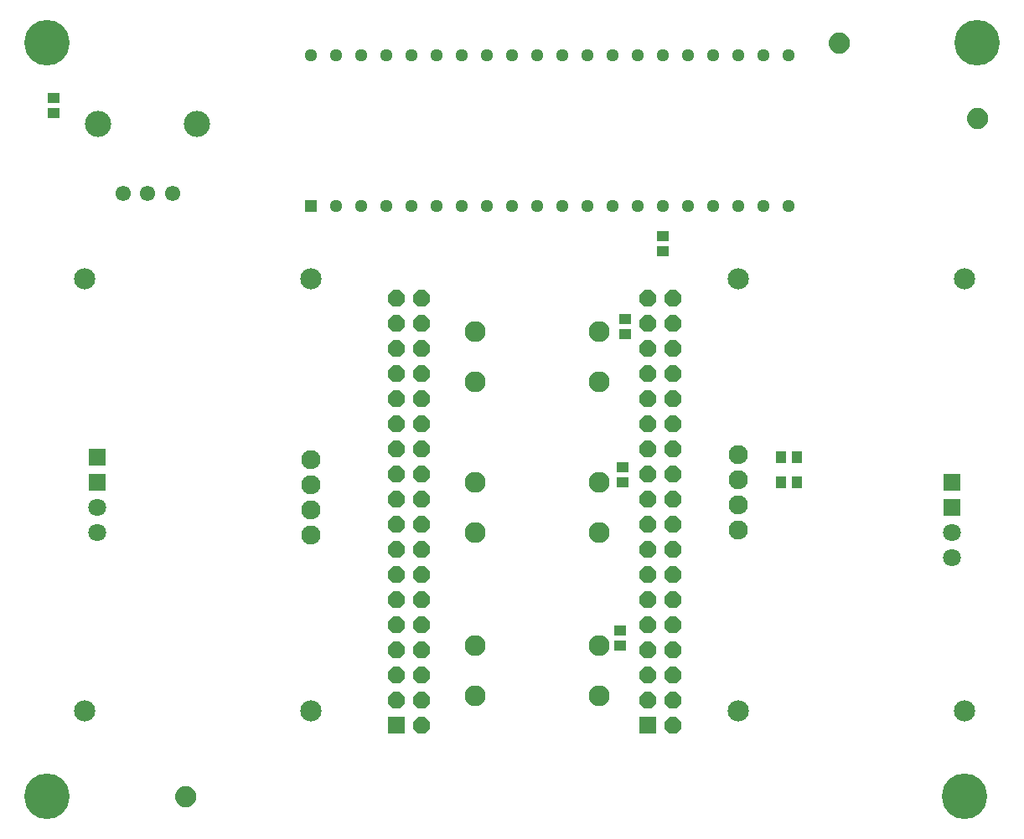
<source format=gbr>
G04 EAGLE Gerber RS-274X export*
G75*
%MOMM*%
%FSLAX34Y34*%
%LPD*%
%INSoldermask Top*%
%IPPOS*%
%AMOC8*
5,1,8,0,0,1.08239X$1,22.5*%
G01*
%ADD10R,1.676400X1.676400*%
%ADD11P,1.814519X8X112.500000*%
%ADD12C,2.152400*%
%ADD13C,1.930400*%
%ADD14R,1.292400X1.292400*%
%ADD15C,1.292400*%
%ADD16C,2.112400*%
%ADD17C,1.552400*%
%ADD18C,2.652400*%
%ADD19R,1.183641X1.102359*%
%ADD20R,1.102359X1.183641*%
%ADD21R,1.803400X1.803400*%
%ADD22C,1.803400*%
%ADD23C,0.609600*%
%ADD24C,1.168400*%
%ADD25C,4.597400*%


D10*
X390900Y109900D03*
D11*
X416300Y109900D03*
X390900Y135300D03*
X416300Y135300D03*
X390900Y160700D03*
X416300Y160700D03*
X390900Y186100D03*
X416300Y186100D03*
X390900Y211500D03*
X416300Y211500D03*
X390900Y236900D03*
X416300Y236900D03*
X390900Y262300D03*
X416300Y262300D03*
X390900Y287700D03*
X416300Y287700D03*
X390900Y313100D03*
X416300Y313100D03*
X390900Y338500D03*
X416300Y338500D03*
X390900Y363900D03*
X416300Y363900D03*
X390900Y389300D03*
X416300Y389300D03*
X390900Y414700D03*
X416300Y414700D03*
X390900Y440100D03*
X416300Y440100D03*
X390900Y465500D03*
X416300Y465500D03*
X390900Y490900D03*
X416300Y490900D03*
X390900Y516300D03*
X416300Y516300D03*
X390900Y541700D03*
X416300Y541700D03*
D10*
X644900Y109900D03*
D11*
X670300Y109900D03*
X644900Y135300D03*
X670300Y135300D03*
X644900Y160700D03*
X670300Y160700D03*
X644900Y186100D03*
X670300Y186100D03*
X644900Y211500D03*
X670300Y211500D03*
X644900Y236900D03*
X670300Y236900D03*
X644900Y262300D03*
X670300Y262300D03*
X644900Y287700D03*
X670300Y287700D03*
X644900Y313100D03*
X670300Y313100D03*
X644900Y338500D03*
X670300Y338500D03*
X644900Y363900D03*
X670300Y363900D03*
X644900Y389300D03*
X670300Y389300D03*
X644900Y414700D03*
X670300Y414700D03*
X644900Y440100D03*
X670300Y440100D03*
X644900Y465500D03*
X670300Y465500D03*
X644900Y490900D03*
X670300Y490900D03*
X644900Y516300D03*
X670300Y516300D03*
X644900Y541700D03*
X670300Y541700D03*
D12*
X76200Y561340D03*
X76200Y124460D03*
X304800Y561340D03*
X304800Y124460D03*
D13*
X304800Y302260D03*
X304800Y327660D03*
X304800Y353060D03*
X304800Y378460D03*
D14*
X304800Y635000D03*
D15*
X330200Y635000D03*
X355600Y635000D03*
X381000Y635000D03*
X406400Y635000D03*
X431800Y635000D03*
X457200Y635000D03*
X482600Y635000D03*
X508000Y635000D03*
X533400Y635000D03*
X558800Y635000D03*
X584200Y635000D03*
X609600Y635000D03*
X635000Y635000D03*
X660400Y635000D03*
X685800Y635000D03*
X711200Y635000D03*
X736600Y635000D03*
X762000Y635000D03*
X787400Y635000D03*
X787400Y787400D03*
X762000Y787400D03*
X736600Y787400D03*
X711200Y787400D03*
X685800Y787400D03*
X660400Y787400D03*
X635000Y787400D03*
X609600Y787400D03*
X584200Y787400D03*
X558800Y787400D03*
X533400Y787400D03*
X508000Y787400D03*
X482600Y787400D03*
X457200Y787400D03*
X431800Y787400D03*
X406400Y787400D03*
X381000Y787400D03*
X355600Y787400D03*
X330200Y787400D03*
X304800Y787400D03*
D16*
X595900Y190100D03*
X595900Y140100D03*
X470900Y140100D03*
X470900Y190100D03*
X595900Y355200D03*
X595900Y305200D03*
X470900Y305200D03*
X470900Y355200D03*
X595900Y507600D03*
X595900Y457600D03*
X470900Y457600D03*
X470900Y507600D03*
D17*
X114700Y647700D03*
X139700Y647700D03*
X164700Y647700D03*
D18*
X89700Y717700D03*
X189700Y717700D03*
D19*
X619760Y355219D03*
X619760Y371221D03*
X622300Y505079D03*
X622300Y521081D03*
X617220Y190119D03*
X617220Y206121D03*
D20*
X779399Y355600D03*
X795401Y355600D03*
X779399Y381000D03*
X795401Y381000D03*
D12*
X965200Y124460D03*
X965200Y561340D03*
X736600Y124460D03*
X736600Y561340D03*
D13*
X736600Y383540D03*
X736600Y358140D03*
X736600Y332740D03*
X736600Y307340D03*
D19*
X660400Y588899D03*
X660400Y604901D03*
D21*
X952500Y355600D03*
X952500Y330200D03*
D22*
X952500Y304800D03*
X952500Y279400D03*
D21*
X88900Y381000D03*
X88900Y355600D03*
D22*
X88900Y330200D03*
X88900Y304800D03*
D23*
X970280Y723900D02*
X970282Y724087D01*
X970289Y724274D01*
X970301Y724461D01*
X970317Y724647D01*
X970337Y724833D01*
X970362Y725018D01*
X970392Y725203D01*
X970426Y725387D01*
X970465Y725570D01*
X970508Y725752D01*
X970556Y725932D01*
X970608Y726112D01*
X970665Y726290D01*
X970725Y726467D01*
X970791Y726642D01*
X970860Y726816D01*
X970934Y726988D01*
X971012Y727158D01*
X971094Y727326D01*
X971180Y727492D01*
X971270Y727656D01*
X971364Y727817D01*
X971462Y727977D01*
X971564Y728133D01*
X971670Y728288D01*
X971780Y728439D01*
X971893Y728588D01*
X972010Y728734D01*
X972130Y728877D01*
X972254Y729017D01*
X972381Y729154D01*
X972512Y729288D01*
X972646Y729419D01*
X972783Y729546D01*
X972923Y729670D01*
X973066Y729790D01*
X973212Y729907D01*
X973361Y730020D01*
X973512Y730130D01*
X973667Y730236D01*
X973823Y730338D01*
X973983Y730436D01*
X974144Y730530D01*
X974308Y730620D01*
X974474Y730706D01*
X974642Y730788D01*
X974812Y730866D01*
X974984Y730940D01*
X975158Y731009D01*
X975333Y731075D01*
X975510Y731135D01*
X975688Y731192D01*
X975868Y731244D01*
X976048Y731292D01*
X976230Y731335D01*
X976413Y731374D01*
X976597Y731408D01*
X976782Y731438D01*
X976967Y731463D01*
X977153Y731483D01*
X977339Y731499D01*
X977526Y731511D01*
X977713Y731518D01*
X977900Y731520D01*
X978087Y731518D01*
X978274Y731511D01*
X978461Y731499D01*
X978647Y731483D01*
X978833Y731463D01*
X979018Y731438D01*
X979203Y731408D01*
X979387Y731374D01*
X979570Y731335D01*
X979752Y731292D01*
X979932Y731244D01*
X980112Y731192D01*
X980290Y731135D01*
X980467Y731075D01*
X980642Y731009D01*
X980816Y730940D01*
X980988Y730866D01*
X981158Y730788D01*
X981326Y730706D01*
X981492Y730620D01*
X981656Y730530D01*
X981817Y730436D01*
X981977Y730338D01*
X982133Y730236D01*
X982288Y730130D01*
X982439Y730020D01*
X982588Y729907D01*
X982734Y729790D01*
X982877Y729670D01*
X983017Y729546D01*
X983154Y729419D01*
X983288Y729288D01*
X983419Y729154D01*
X983546Y729017D01*
X983670Y728877D01*
X983790Y728734D01*
X983907Y728588D01*
X984020Y728439D01*
X984130Y728288D01*
X984236Y728133D01*
X984338Y727977D01*
X984436Y727817D01*
X984530Y727656D01*
X984620Y727492D01*
X984706Y727326D01*
X984788Y727158D01*
X984866Y726988D01*
X984940Y726816D01*
X985009Y726642D01*
X985075Y726467D01*
X985135Y726290D01*
X985192Y726112D01*
X985244Y725932D01*
X985292Y725752D01*
X985335Y725570D01*
X985374Y725387D01*
X985408Y725203D01*
X985438Y725018D01*
X985463Y724833D01*
X985483Y724647D01*
X985499Y724461D01*
X985511Y724274D01*
X985518Y724087D01*
X985520Y723900D01*
X985518Y723713D01*
X985511Y723526D01*
X985499Y723339D01*
X985483Y723153D01*
X985463Y722967D01*
X985438Y722782D01*
X985408Y722597D01*
X985374Y722413D01*
X985335Y722230D01*
X985292Y722048D01*
X985244Y721868D01*
X985192Y721688D01*
X985135Y721510D01*
X985075Y721333D01*
X985009Y721158D01*
X984940Y720984D01*
X984866Y720812D01*
X984788Y720642D01*
X984706Y720474D01*
X984620Y720308D01*
X984530Y720144D01*
X984436Y719983D01*
X984338Y719823D01*
X984236Y719667D01*
X984130Y719512D01*
X984020Y719361D01*
X983907Y719212D01*
X983790Y719066D01*
X983670Y718923D01*
X983546Y718783D01*
X983419Y718646D01*
X983288Y718512D01*
X983154Y718381D01*
X983017Y718254D01*
X982877Y718130D01*
X982734Y718010D01*
X982588Y717893D01*
X982439Y717780D01*
X982288Y717670D01*
X982133Y717564D01*
X981977Y717462D01*
X981817Y717364D01*
X981656Y717270D01*
X981492Y717180D01*
X981326Y717094D01*
X981158Y717012D01*
X980988Y716934D01*
X980816Y716860D01*
X980642Y716791D01*
X980467Y716725D01*
X980290Y716665D01*
X980112Y716608D01*
X979932Y716556D01*
X979752Y716508D01*
X979570Y716465D01*
X979387Y716426D01*
X979203Y716392D01*
X979018Y716362D01*
X978833Y716337D01*
X978647Y716317D01*
X978461Y716301D01*
X978274Y716289D01*
X978087Y716282D01*
X977900Y716280D01*
X977713Y716282D01*
X977526Y716289D01*
X977339Y716301D01*
X977153Y716317D01*
X976967Y716337D01*
X976782Y716362D01*
X976597Y716392D01*
X976413Y716426D01*
X976230Y716465D01*
X976048Y716508D01*
X975868Y716556D01*
X975688Y716608D01*
X975510Y716665D01*
X975333Y716725D01*
X975158Y716791D01*
X974984Y716860D01*
X974812Y716934D01*
X974642Y717012D01*
X974474Y717094D01*
X974308Y717180D01*
X974144Y717270D01*
X973983Y717364D01*
X973823Y717462D01*
X973667Y717564D01*
X973512Y717670D01*
X973361Y717780D01*
X973212Y717893D01*
X973066Y718010D01*
X972923Y718130D01*
X972783Y718254D01*
X972646Y718381D01*
X972512Y718512D01*
X972381Y718646D01*
X972254Y718783D01*
X972130Y718923D01*
X972010Y719066D01*
X971893Y719212D01*
X971780Y719361D01*
X971670Y719512D01*
X971564Y719667D01*
X971462Y719823D01*
X971364Y719983D01*
X971270Y720144D01*
X971180Y720308D01*
X971094Y720474D01*
X971012Y720642D01*
X970934Y720812D01*
X970860Y720984D01*
X970791Y721158D01*
X970725Y721333D01*
X970665Y721510D01*
X970608Y721688D01*
X970556Y721868D01*
X970508Y722048D01*
X970465Y722230D01*
X970426Y722413D01*
X970392Y722597D01*
X970362Y722782D01*
X970337Y722967D01*
X970317Y723153D01*
X970301Y723339D01*
X970289Y723526D01*
X970282Y723713D01*
X970280Y723900D01*
D24*
X977900Y723900D03*
D23*
X830580Y800100D02*
X830582Y800287D01*
X830589Y800474D01*
X830601Y800661D01*
X830617Y800847D01*
X830637Y801033D01*
X830662Y801218D01*
X830692Y801403D01*
X830726Y801587D01*
X830765Y801770D01*
X830808Y801952D01*
X830856Y802132D01*
X830908Y802312D01*
X830965Y802490D01*
X831025Y802667D01*
X831091Y802842D01*
X831160Y803016D01*
X831234Y803188D01*
X831312Y803358D01*
X831394Y803526D01*
X831480Y803692D01*
X831570Y803856D01*
X831664Y804017D01*
X831762Y804177D01*
X831864Y804333D01*
X831970Y804488D01*
X832080Y804639D01*
X832193Y804788D01*
X832310Y804934D01*
X832430Y805077D01*
X832554Y805217D01*
X832681Y805354D01*
X832812Y805488D01*
X832946Y805619D01*
X833083Y805746D01*
X833223Y805870D01*
X833366Y805990D01*
X833512Y806107D01*
X833661Y806220D01*
X833812Y806330D01*
X833967Y806436D01*
X834123Y806538D01*
X834283Y806636D01*
X834444Y806730D01*
X834608Y806820D01*
X834774Y806906D01*
X834942Y806988D01*
X835112Y807066D01*
X835284Y807140D01*
X835458Y807209D01*
X835633Y807275D01*
X835810Y807335D01*
X835988Y807392D01*
X836168Y807444D01*
X836348Y807492D01*
X836530Y807535D01*
X836713Y807574D01*
X836897Y807608D01*
X837082Y807638D01*
X837267Y807663D01*
X837453Y807683D01*
X837639Y807699D01*
X837826Y807711D01*
X838013Y807718D01*
X838200Y807720D01*
X838387Y807718D01*
X838574Y807711D01*
X838761Y807699D01*
X838947Y807683D01*
X839133Y807663D01*
X839318Y807638D01*
X839503Y807608D01*
X839687Y807574D01*
X839870Y807535D01*
X840052Y807492D01*
X840232Y807444D01*
X840412Y807392D01*
X840590Y807335D01*
X840767Y807275D01*
X840942Y807209D01*
X841116Y807140D01*
X841288Y807066D01*
X841458Y806988D01*
X841626Y806906D01*
X841792Y806820D01*
X841956Y806730D01*
X842117Y806636D01*
X842277Y806538D01*
X842433Y806436D01*
X842588Y806330D01*
X842739Y806220D01*
X842888Y806107D01*
X843034Y805990D01*
X843177Y805870D01*
X843317Y805746D01*
X843454Y805619D01*
X843588Y805488D01*
X843719Y805354D01*
X843846Y805217D01*
X843970Y805077D01*
X844090Y804934D01*
X844207Y804788D01*
X844320Y804639D01*
X844430Y804488D01*
X844536Y804333D01*
X844638Y804177D01*
X844736Y804017D01*
X844830Y803856D01*
X844920Y803692D01*
X845006Y803526D01*
X845088Y803358D01*
X845166Y803188D01*
X845240Y803016D01*
X845309Y802842D01*
X845375Y802667D01*
X845435Y802490D01*
X845492Y802312D01*
X845544Y802132D01*
X845592Y801952D01*
X845635Y801770D01*
X845674Y801587D01*
X845708Y801403D01*
X845738Y801218D01*
X845763Y801033D01*
X845783Y800847D01*
X845799Y800661D01*
X845811Y800474D01*
X845818Y800287D01*
X845820Y800100D01*
X845818Y799913D01*
X845811Y799726D01*
X845799Y799539D01*
X845783Y799353D01*
X845763Y799167D01*
X845738Y798982D01*
X845708Y798797D01*
X845674Y798613D01*
X845635Y798430D01*
X845592Y798248D01*
X845544Y798068D01*
X845492Y797888D01*
X845435Y797710D01*
X845375Y797533D01*
X845309Y797358D01*
X845240Y797184D01*
X845166Y797012D01*
X845088Y796842D01*
X845006Y796674D01*
X844920Y796508D01*
X844830Y796344D01*
X844736Y796183D01*
X844638Y796023D01*
X844536Y795867D01*
X844430Y795712D01*
X844320Y795561D01*
X844207Y795412D01*
X844090Y795266D01*
X843970Y795123D01*
X843846Y794983D01*
X843719Y794846D01*
X843588Y794712D01*
X843454Y794581D01*
X843317Y794454D01*
X843177Y794330D01*
X843034Y794210D01*
X842888Y794093D01*
X842739Y793980D01*
X842588Y793870D01*
X842433Y793764D01*
X842277Y793662D01*
X842117Y793564D01*
X841956Y793470D01*
X841792Y793380D01*
X841626Y793294D01*
X841458Y793212D01*
X841288Y793134D01*
X841116Y793060D01*
X840942Y792991D01*
X840767Y792925D01*
X840590Y792865D01*
X840412Y792808D01*
X840232Y792756D01*
X840052Y792708D01*
X839870Y792665D01*
X839687Y792626D01*
X839503Y792592D01*
X839318Y792562D01*
X839133Y792537D01*
X838947Y792517D01*
X838761Y792501D01*
X838574Y792489D01*
X838387Y792482D01*
X838200Y792480D01*
X838013Y792482D01*
X837826Y792489D01*
X837639Y792501D01*
X837453Y792517D01*
X837267Y792537D01*
X837082Y792562D01*
X836897Y792592D01*
X836713Y792626D01*
X836530Y792665D01*
X836348Y792708D01*
X836168Y792756D01*
X835988Y792808D01*
X835810Y792865D01*
X835633Y792925D01*
X835458Y792991D01*
X835284Y793060D01*
X835112Y793134D01*
X834942Y793212D01*
X834774Y793294D01*
X834608Y793380D01*
X834444Y793470D01*
X834283Y793564D01*
X834123Y793662D01*
X833967Y793764D01*
X833812Y793870D01*
X833661Y793980D01*
X833512Y794093D01*
X833366Y794210D01*
X833223Y794330D01*
X833083Y794454D01*
X832946Y794581D01*
X832812Y794712D01*
X832681Y794846D01*
X832554Y794983D01*
X832430Y795123D01*
X832310Y795266D01*
X832193Y795412D01*
X832080Y795561D01*
X831970Y795712D01*
X831864Y795867D01*
X831762Y796023D01*
X831664Y796183D01*
X831570Y796344D01*
X831480Y796508D01*
X831394Y796674D01*
X831312Y796842D01*
X831234Y797012D01*
X831160Y797184D01*
X831091Y797358D01*
X831025Y797533D01*
X830965Y797710D01*
X830908Y797888D01*
X830856Y798068D01*
X830808Y798248D01*
X830765Y798430D01*
X830726Y798613D01*
X830692Y798797D01*
X830662Y798982D01*
X830637Y799167D01*
X830617Y799353D01*
X830601Y799539D01*
X830589Y799726D01*
X830582Y799913D01*
X830580Y800100D01*
D24*
X838200Y800100D03*
D23*
X170180Y38100D02*
X170182Y38287D01*
X170189Y38474D01*
X170201Y38661D01*
X170217Y38847D01*
X170237Y39033D01*
X170262Y39218D01*
X170292Y39403D01*
X170326Y39587D01*
X170365Y39770D01*
X170408Y39952D01*
X170456Y40132D01*
X170508Y40312D01*
X170565Y40490D01*
X170625Y40667D01*
X170691Y40842D01*
X170760Y41016D01*
X170834Y41188D01*
X170912Y41358D01*
X170994Y41526D01*
X171080Y41692D01*
X171170Y41856D01*
X171264Y42017D01*
X171362Y42177D01*
X171464Y42333D01*
X171570Y42488D01*
X171680Y42639D01*
X171793Y42788D01*
X171910Y42934D01*
X172030Y43077D01*
X172154Y43217D01*
X172281Y43354D01*
X172412Y43488D01*
X172546Y43619D01*
X172683Y43746D01*
X172823Y43870D01*
X172966Y43990D01*
X173112Y44107D01*
X173261Y44220D01*
X173412Y44330D01*
X173567Y44436D01*
X173723Y44538D01*
X173883Y44636D01*
X174044Y44730D01*
X174208Y44820D01*
X174374Y44906D01*
X174542Y44988D01*
X174712Y45066D01*
X174884Y45140D01*
X175058Y45209D01*
X175233Y45275D01*
X175410Y45335D01*
X175588Y45392D01*
X175768Y45444D01*
X175948Y45492D01*
X176130Y45535D01*
X176313Y45574D01*
X176497Y45608D01*
X176682Y45638D01*
X176867Y45663D01*
X177053Y45683D01*
X177239Y45699D01*
X177426Y45711D01*
X177613Y45718D01*
X177800Y45720D01*
X177987Y45718D01*
X178174Y45711D01*
X178361Y45699D01*
X178547Y45683D01*
X178733Y45663D01*
X178918Y45638D01*
X179103Y45608D01*
X179287Y45574D01*
X179470Y45535D01*
X179652Y45492D01*
X179832Y45444D01*
X180012Y45392D01*
X180190Y45335D01*
X180367Y45275D01*
X180542Y45209D01*
X180716Y45140D01*
X180888Y45066D01*
X181058Y44988D01*
X181226Y44906D01*
X181392Y44820D01*
X181556Y44730D01*
X181717Y44636D01*
X181877Y44538D01*
X182033Y44436D01*
X182188Y44330D01*
X182339Y44220D01*
X182488Y44107D01*
X182634Y43990D01*
X182777Y43870D01*
X182917Y43746D01*
X183054Y43619D01*
X183188Y43488D01*
X183319Y43354D01*
X183446Y43217D01*
X183570Y43077D01*
X183690Y42934D01*
X183807Y42788D01*
X183920Y42639D01*
X184030Y42488D01*
X184136Y42333D01*
X184238Y42177D01*
X184336Y42017D01*
X184430Y41856D01*
X184520Y41692D01*
X184606Y41526D01*
X184688Y41358D01*
X184766Y41188D01*
X184840Y41016D01*
X184909Y40842D01*
X184975Y40667D01*
X185035Y40490D01*
X185092Y40312D01*
X185144Y40132D01*
X185192Y39952D01*
X185235Y39770D01*
X185274Y39587D01*
X185308Y39403D01*
X185338Y39218D01*
X185363Y39033D01*
X185383Y38847D01*
X185399Y38661D01*
X185411Y38474D01*
X185418Y38287D01*
X185420Y38100D01*
X185418Y37913D01*
X185411Y37726D01*
X185399Y37539D01*
X185383Y37353D01*
X185363Y37167D01*
X185338Y36982D01*
X185308Y36797D01*
X185274Y36613D01*
X185235Y36430D01*
X185192Y36248D01*
X185144Y36068D01*
X185092Y35888D01*
X185035Y35710D01*
X184975Y35533D01*
X184909Y35358D01*
X184840Y35184D01*
X184766Y35012D01*
X184688Y34842D01*
X184606Y34674D01*
X184520Y34508D01*
X184430Y34344D01*
X184336Y34183D01*
X184238Y34023D01*
X184136Y33867D01*
X184030Y33712D01*
X183920Y33561D01*
X183807Y33412D01*
X183690Y33266D01*
X183570Y33123D01*
X183446Y32983D01*
X183319Y32846D01*
X183188Y32712D01*
X183054Y32581D01*
X182917Y32454D01*
X182777Y32330D01*
X182634Y32210D01*
X182488Y32093D01*
X182339Y31980D01*
X182188Y31870D01*
X182033Y31764D01*
X181877Y31662D01*
X181717Y31564D01*
X181556Y31470D01*
X181392Y31380D01*
X181226Y31294D01*
X181058Y31212D01*
X180888Y31134D01*
X180716Y31060D01*
X180542Y30991D01*
X180367Y30925D01*
X180190Y30865D01*
X180012Y30808D01*
X179832Y30756D01*
X179652Y30708D01*
X179470Y30665D01*
X179287Y30626D01*
X179103Y30592D01*
X178918Y30562D01*
X178733Y30537D01*
X178547Y30517D01*
X178361Y30501D01*
X178174Y30489D01*
X177987Y30482D01*
X177800Y30480D01*
X177613Y30482D01*
X177426Y30489D01*
X177239Y30501D01*
X177053Y30517D01*
X176867Y30537D01*
X176682Y30562D01*
X176497Y30592D01*
X176313Y30626D01*
X176130Y30665D01*
X175948Y30708D01*
X175768Y30756D01*
X175588Y30808D01*
X175410Y30865D01*
X175233Y30925D01*
X175058Y30991D01*
X174884Y31060D01*
X174712Y31134D01*
X174542Y31212D01*
X174374Y31294D01*
X174208Y31380D01*
X174044Y31470D01*
X173883Y31564D01*
X173723Y31662D01*
X173567Y31764D01*
X173412Y31870D01*
X173261Y31980D01*
X173112Y32093D01*
X172966Y32210D01*
X172823Y32330D01*
X172683Y32454D01*
X172546Y32581D01*
X172412Y32712D01*
X172281Y32846D01*
X172154Y32983D01*
X172030Y33123D01*
X171910Y33266D01*
X171793Y33412D01*
X171680Y33561D01*
X171570Y33712D01*
X171464Y33867D01*
X171362Y34023D01*
X171264Y34183D01*
X171170Y34344D01*
X171080Y34508D01*
X170994Y34674D01*
X170912Y34842D01*
X170834Y35012D01*
X170760Y35184D01*
X170691Y35358D01*
X170625Y35533D01*
X170565Y35710D01*
X170508Y35888D01*
X170456Y36068D01*
X170408Y36248D01*
X170365Y36430D01*
X170326Y36613D01*
X170292Y36797D01*
X170262Y36982D01*
X170237Y37167D01*
X170217Y37353D01*
X170201Y37539D01*
X170189Y37726D01*
X170182Y37913D01*
X170180Y38100D01*
D24*
X177800Y38100D03*
D25*
X38100Y800100D03*
X38100Y38100D03*
X977900Y800100D03*
X965200Y38100D03*
D19*
X44450Y728599D03*
X44450Y744601D03*
M02*

</source>
